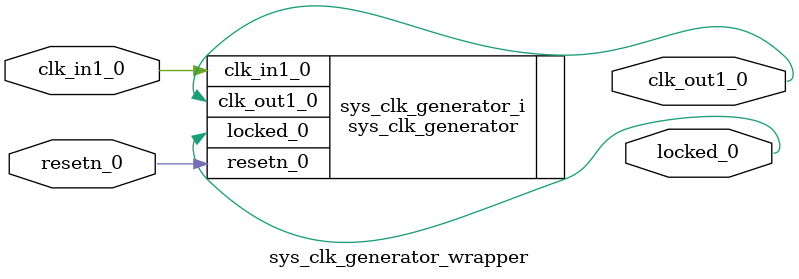
<source format=v>
`timescale 1 ps / 1 ps

module sys_clk_generator_wrapper
   (clk_in1_0,
    clk_out1_0,
    locked_0,
    resetn_0);
  input clk_in1_0;
  output clk_out1_0;
  output locked_0;
  input resetn_0;

  wire clk_in1_0;
  wire clk_out1_0;
  wire locked_0;
  wire resetn_0;

  sys_clk_generator sys_clk_generator_i
       (.clk_in1_0(clk_in1_0),
        .clk_out1_0(clk_out1_0),
        .locked_0(locked_0),
        .resetn_0(resetn_0));
endmodule

</source>
